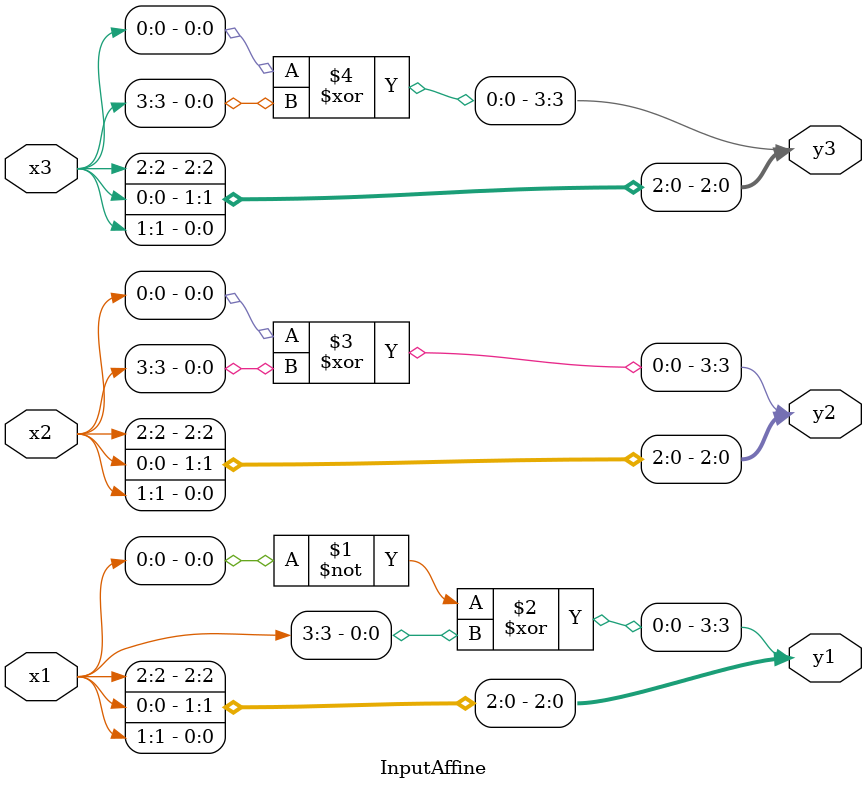
<source format=v>
/*
* -----------------------------------------------------------------
* COMPANY : Ruhr University Bochum
* AUTHOR  : Amir Moradi amir.moradi@rub.de Aein Rezaei Shahmirzadi aein.rezaeishahmirzadi@rub.de
* DOCUMENT: "Second-Order SCA Security with almost no Fresh Randomness" TCHES 2021, Issue 3
* -----------------------------------------------------------------
*
* Copyright c 2021, Amir Moradi, Aein Rezaei Shahmirzadi
*
* All rights reserved.
*
* THIS SOFTWARE IS PROVIDED BY THE COPYRIGHT HOLDERS AND CONTRIBUTORS "AS IS" AND
* ANY EXPRESS OR IMPLIED WARRANTIES, INCLUDING, BUT NOT LIMITED TO, THE IMPLIED
* WARRANTIES OF MERCHANTABILITY AND FITNESS FOR A PARTICULAR PURPOSE ARE
* DISCLAIMED. IN NO EVENT SHALL THE COPYRIGHT HOLDER OR CONTRIBUTERS BE LIABLE FOR ANY
* DIRECT, INDIRECT, INCIDENTAL, SPECIAL, EXEMPLARY, OR CONSEQUENTIAL DAMAGES
* INCLUDING, BUT NOT LIMITED TO, PROCUREMENT OF SUBSTITUTE GOODS OR SERVICES;
* LOSS OF USE, DATA, OR PROFITS; OR BUSINESS INTERRUPTION HOWEVER CAUSED AND
* ON ANY THEORY OF LIABILITY, WHETHER IN CONTRACT, STRICT LIABILITY, OR TORT
* INCLUDING NEGLIGENCE OR OTHERWISE ARISING IN ANY WAY OUT OF THE USE OF THIS
* SOFTWARE, EVEN IF ADVISED OF THE POSSIBILITY OF SUCH DAMAGE.
*
* Please see LICENSE and README for license and further instructions.
*/

module InputAffine(
    input [3:0] x1,
    input [3:0] x2,
    input [3:0] x3,
    output [3:0] y1,
    output [3:0] y2,
    output [3:0] y3
    );

	parameter num = 1;
	
	generate
		if(num == 1) begin
			assign y1 = {~x1[0] ^ x1[3],x1[2],x1[0],x1[1]};
			assign y2 = {x2[0] ^ x2[3],x2[2],x2[0],x2[1]};
			assign y3 = {x3[0] ^ x3[3],x3[2],x3[0],x3[1]};
		end
   endgenerate

endmodule

</source>
